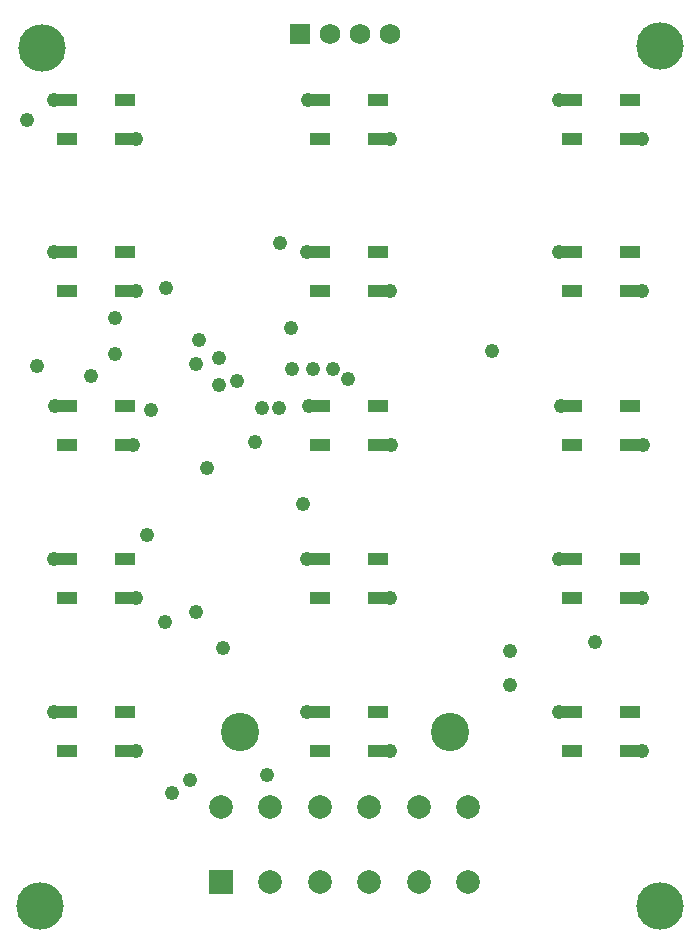
<source format=gbr>
%TF.GenerationSoftware,Altium Limited,Altium Designer,20.0.9 (164)*%
G04 Layer_Color=8388736*
%FSLAX26Y26*%
%MOIN*%
%TF.FileFunction,Soldermask,Top*%
%TF.Part,Single*%
G01*
G75*
%TA.AperFunction,ComponentPad*%
%ADD68C,0.078866*%
%ADD69R,0.078866X0.078866*%
%ADD70C,0.127685*%
%ADD71R,0.069024X0.069024*%
%ADD72C,0.069024*%
%TA.AperFunction,ViaPad*%
%ADD73C,0.048000*%
%ADD74C,0.158000*%
%TA.AperFunction,SMDPad,CuDef*%
%ADD75R,0.067055X0.043433*%
D68*
X2361075Y210000D02*
D03*
X2526429D02*
D03*
X2196114D02*
D03*
X2691390D02*
D03*
X2856350D02*
D03*
X2361075Y460000D02*
D03*
X2526429D02*
D03*
X2196114D02*
D03*
X2691390D02*
D03*
X2031153D02*
D03*
X2856350D02*
D03*
D69*
X2031153Y210000D02*
D03*
D70*
X2093752Y710000D02*
D03*
X2793752D02*
D03*
D71*
X2293752Y3035000D02*
D03*
D72*
X2393752D02*
D03*
X2493752D02*
D03*
X2593752D02*
D03*
D73*
X1950000Y1935000D02*
D03*
X2305000Y1470000D02*
D03*
X1845000Y1075000D02*
D03*
X2995000Y980000D02*
D03*
Y865000D02*
D03*
X3280000Y1010000D02*
D03*
X2265000Y2055000D02*
D03*
X2085000Y1880000D02*
D03*
X2025000Y1955000D02*
D03*
X2145000Y1675000D02*
D03*
X1680000Y2090000D02*
D03*
X1850000Y2190000D02*
D03*
X1870000Y505000D02*
D03*
X1929130Y549147D02*
D03*
X2225000Y1790000D02*
D03*
X2170000D02*
D03*
X2184186Y564186D02*
D03*
X1985000Y1590000D02*
D03*
X2325000Y1795000D02*
D03*
X2320000Y1285000D02*
D03*
X2455000Y1885000D02*
D03*
X2405000Y1920000D02*
D03*
X2340000D02*
D03*
X2270000D02*
D03*
X1740000Y1665000D02*
D03*
X1798458Y1781542D02*
D03*
X1600000Y1895000D02*
D03*
X1420000Y1930000D02*
D03*
X2025000Y1865000D02*
D03*
X1680000Y1970000D02*
D03*
X1480000Y1795000D02*
D03*
X2320918Y2814082D02*
D03*
X2230000Y2340000D02*
D03*
X1385000Y2750000D02*
D03*
X1950000Y1110000D02*
D03*
X2040000Y990000D02*
D03*
X2320000Y2310000D02*
D03*
X1785000Y1365000D02*
D03*
X1960000Y2015000D02*
D03*
X1750000Y645000D02*
D03*
Y2685000D02*
D03*
X2935000Y1980000D02*
D03*
X1475000Y775000D02*
D03*
X2595000Y645000D02*
D03*
X2320000Y775000D02*
D03*
X3435000Y645000D02*
D03*
X3160000Y775000D02*
D03*
X1475000Y1285000D02*
D03*
X1750000Y1155000D02*
D03*
X2595000D02*
D03*
X3435000D02*
D03*
X3160000Y1285000D02*
D03*
X2600000Y1665000D02*
D03*
X3440000D02*
D03*
X3165000Y1795000D02*
D03*
X1475000Y2310000D02*
D03*
X1750000Y2180000D02*
D03*
X2595000D02*
D03*
X3435000D02*
D03*
X3160000Y2310000D02*
D03*
Y2815000D02*
D03*
X3435000Y2685000D02*
D03*
X2595000D02*
D03*
X1475000Y2815000D02*
D03*
D74*
X3495000Y130000D02*
D03*
X1430000D02*
D03*
X3495000Y2995000D02*
D03*
X1435000Y2990000D02*
D03*
D75*
X3203543Y2815000D02*
D03*
Y2685079D02*
D03*
X3396457D02*
D03*
Y2815000D02*
D03*
X2361043D02*
D03*
Y2685079D02*
D03*
X2553957D02*
D03*
Y2815000D02*
D03*
X1518543D02*
D03*
Y2685079D02*
D03*
X1711457D02*
D03*
Y2815000D02*
D03*
X3203543Y2309961D02*
D03*
Y2180039D02*
D03*
X3396457D02*
D03*
Y2309961D02*
D03*
X2361043D02*
D03*
Y2180039D02*
D03*
X2553957D02*
D03*
Y2309961D02*
D03*
X1518543D02*
D03*
Y2180039D02*
D03*
X1711457D02*
D03*
Y2309961D02*
D03*
X3203543Y1794980D02*
D03*
Y1665059D02*
D03*
X3396457D02*
D03*
Y1794980D02*
D03*
X2361043D02*
D03*
Y1665059D02*
D03*
X2553957D02*
D03*
Y1794980D02*
D03*
X1518543D02*
D03*
Y1665059D02*
D03*
X1711457D02*
D03*
Y1794980D02*
D03*
X3203543Y1284970D02*
D03*
Y1155049D02*
D03*
X3396457D02*
D03*
Y1284970D02*
D03*
X2361043D02*
D03*
Y1155049D02*
D03*
X2553957D02*
D03*
Y1284970D02*
D03*
X1518543D02*
D03*
Y1155049D02*
D03*
X1711457D02*
D03*
Y1284970D02*
D03*
X3203543Y774961D02*
D03*
Y645039D02*
D03*
X3396457D02*
D03*
Y774961D02*
D03*
X2361043D02*
D03*
Y645039D02*
D03*
X2553957D02*
D03*
Y774961D02*
D03*
X1518543D02*
D03*
Y645039D02*
D03*
X1711457D02*
D03*
Y774961D02*
D03*
%TF.MD5,86c444d256e261b23d6843bb210d7228*%
M02*

</source>
